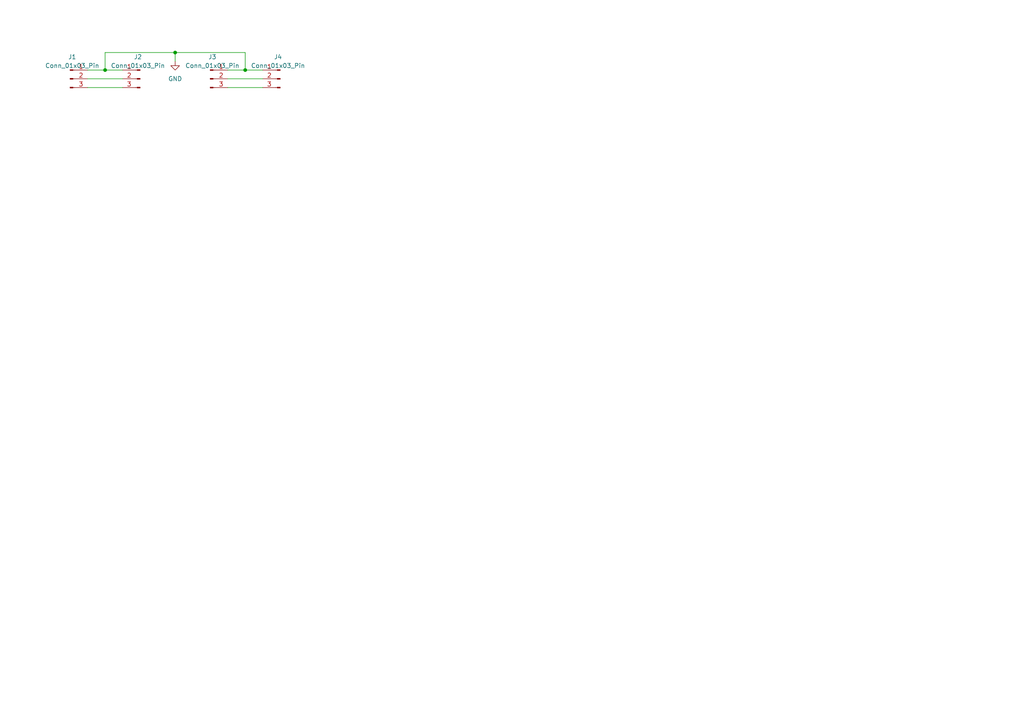
<source format=kicad_sch>
(kicad_sch (version 20230121) (generator eeschema)
  (paper "A4")
  (lib_symbols
    (symbol "Connector:Conn_01x03_Pin" (pin_names (offset 1.016) hide)
      (property "Reference" "J" (at 0 5.08 0))
      (property "Value" "Conn_01x03_Pin" (at 0 -5.08 0))
      (symbol "Conn_01x03_Pin_1_1"
        (polyline (pts (xy 1.27 -2.54) (xy 0.8636 -2.54)) (stroke (width 0.1524)))
        (polyline (pts (xy 1.27 0) (xy 0.8636 0)) (stroke (width 0.1524)))
        (polyline (pts (xy 1.27 2.54) (xy 0.8636 2.54)) (stroke (width 0.1524)))
        (rectangle (start 0.8636 -2.413) (end 0 -2.667) (stroke (width 0.1524)) (fill (type outline)))
        (rectangle (start 0.8636 0.127) (end 0 -0.127) (stroke (width 0.1524)) (fill (type outline)))
        (rectangle (start 0.8636 2.667) (end 0 2.413) (stroke (width 0.1524)) (fill (type outline)))
        (pin passive line (at 5.08 2.54 180) (length 3.81) (name "Pin_1") (number "1"))
        (pin passive line (at 5.08 0 180) (length 3.81) (name "Pin_2") (number "2"))
        (pin passive line (at 5.08 -2.54 180) (length 3.81) (name "Pin_3") (number "3"))
      )
    )
    (symbol "power:GND" (power) (pin_names (offset 0))
      (property "Value" "GND" (at 0 -3.81 0))
      (symbol "GND_0_1"
        (polyline (pts (xy 0 0) (xy 0 -1.27) (xy 1.27 -1.27) (xy 0 -2.54) (xy -1.27 -1.27) (xy 0 -1.27)))
      )
      (symbol "GND_1_1"
        (pin power_in line (at 0 0 270) (length 0) hide (name "GND") (number "1"))
      )
    )
  )
  (junction (at 71.12 20.32))
  (junction (at 30.48 20.32))
  (junction (at 50.8 15.24))
  (wire (pts (xy 66.04 20.32) (xy 71.12 20.32)))
  (wire (pts (xy 30.48 20.32) (xy 35.56 20.32)))
  (wire (pts (xy 66.04 22.86) (xy 76.2 22.86)))
  (wire (pts (xy 25.4 20.32) (xy 30.48 20.32)))
  (wire (pts (xy 71.12 15.24) (xy 50.8 15.24)))
  (wire (pts (xy 25.4 22.86) (xy 35.56 22.86)))
  (wire (pts (xy 50.8 15.24) (xy 50.8 17.78)))
  (wire (pts (xy 50.8 15.24) (xy 30.48 15.24)))
  (wire (pts (xy 71.12 20.32) (xy 71.12 15.24)))
  (wire (pts (xy 71.12 20.32) (xy 76.2 20.32)))
  (wire (pts (xy 25.4 25.4) (xy 35.56 25.4)))
  (wire (pts (xy 30.48 15.24) (xy 30.48 20.32)))
  (wire (pts (xy 66.04 25.4) (xy 76.2 25.4)))
  (symbol (lib_id "Connector:Conn_01x03_Pin") (at 40.64 22.86 0) (mirror y) (unit 1)
    (property "Reference" "J2" (at 40.005 16.51 0))
    (property "Value" "Conn_01x03_Pin" (at 40.005 19.05 0))
    (property "Footprint" "Connector_JST:JST_PH_B3B-PH-K_1x03_P2.00mm_Vertical" (effects hide))
  )
  (symbol (lib_id "Connector:Conn_01x03_Pin") (at 81.28 22.86 0) (mirror y) (unit 1)
    (property "Reference" "J4" (at 80.645 16.51 0))
    (property "Value" "Conn_01x03_Pin" (at 80.645 19.05 0))
    (property "Footprint" "Connector_Molex:Molex_SPOX_5267-03A_1x03_P2.50mm_Vertical" (effects hide))
  )
  (symbol (lib_id "power:GND") (at 50.8 17.78 0) (unit 1)
    (property "Reference" "#PWR01" (effects hide))
    (property "Value" "GND" (at 50.8 22.86 0))
  )
  (symbol (lib_id "Connector:Conn_01x03_Pin") (at 60.96 22.86 0) (unit 1)
    (property "Reference" "J3" (at 61.595 16.51 0))
    (property "Value" "Conn_01x03_Pin" (at 61.595 19.05 0))
    (property "Footprint" "Connector_Molex:Molex_SPOX_5267-03A_1x03_P2.50mm_Vertical" (effects hide))
  )
  (symbol (lib_id "Connector:Conn_01x03_Pin") (at 20.32 22.86 0) (unit 1)
    (property "Reference" "J1" (at 20.955 16.51 0))
    (property "Value" "Conn_01x03_Pin" (at 20.955 19.05 0))
    (property "Footprint" "Connector_JST:JST_PH_B3B-PH-K_1x03_P2.00mm_Vertical" (effects hide))
  )
)
</source>
